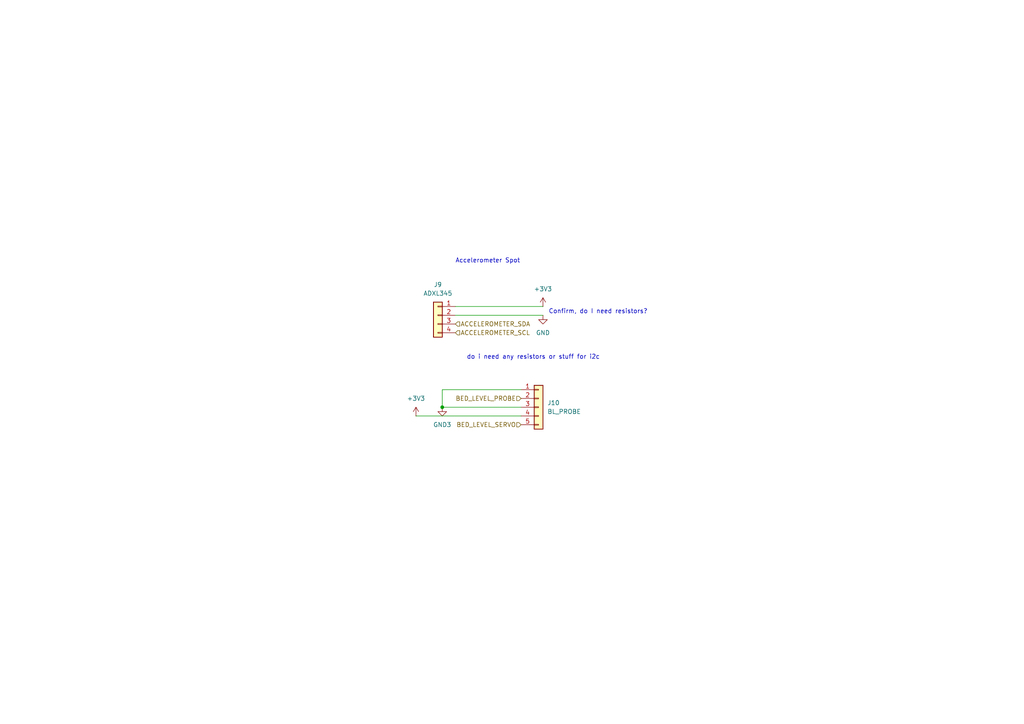
<source format=kicad_sch>
(kicad_sch (version 20250114) (generator "eeschema") (generator_version "9.0")
  (paper "A4")
  (lib_symbols
    (symbol "Connector_Generic:Conn_01x04" (pin_names (offset 1.016) (hide yes))
      (property "Reference" "J" (at 0 5.08 0))
      (property "Value" "Conn_01x04" (at 0 -7.62 0))
      (symbol "Conn_01x04_1_1"
        (rectangle (start -1.27 3.81) (end 1.27 -6.35) (stroke (width 0.254)) (fill (type background)))
        (rectangle (start -1.27 2.667) (end 0 2.413) (stroke (width 0.1524)))
        (rectangle (start -1.27 0.127) (end 0 -0.127) (stroke (width 0.1524)))
        (rectangle (start -1.27 -2.413) (end 0 -2.667) (stroke (width 0.1524)))
        (rectangle (start -1.27 -4.953) (end 0 -5.207) (stroke (width 0.1524)))
        (pin passive line (at -5.08 2.54 0) (length 3.81) (name "Pin_1") (number "1"))
        (pin passive line (at -5.08 0 0) (length 3.81) (name "Pin_2") (number "2"))
        (pin passive line (at -5.08 -2.54 0) (length 3.81) (name "Pin_3") (number "3"))
        (pin passive line (at -5.08 -5.08 0) (length 3.81) (name "Pin_4") (number "4"))
      )
    )
    (symbol "Connector_Generic:Conn_01x05" (pin_names (offset 1.016) (hide yes))
      (property "Reference" "J" (at 0 7.62 0))
      (property "Value" "Conn_01x05" (at 0 -7.62 0))
      (symbol "Conn_01x05_1_1"
        (rectangle (start -1.27 6.35) (end 1.27 -6.35) (stroke (width 0.254)) (fill (type background)))
        (rectangle (start -1.27 5.207) (end 0 4.953) (stroke (width 0.1524)))
        (rectangle (start -1.27 2.667) (end 0 2.413) (stroke (width 0.1524)))
        (rectangle (start -1.27 0.127) (end 0 -0.127) (stroke (width 0.1524)))
        (rectangle (start -1.27 -2.413) (end 0 -2.667) (stroke (width 0.1524)))
        (rectangle (start -1.27 -4.953) (end 0 -5.207) (stroke (width 0.1524)))
        (pin passive line (at -5.08 5.08 0) (length 3.81) (name "Pin_1") (number "1"))
        (pin passive line (at -5.08 2.54 0) (length 3.81) (name "Pin_2") (number "2"))
        (pin passive line (at -5.08 0 0) (length 3.81) (name "Pin_3") (number "3"))
        (pin passive line (at -5.08 -2.54 0) (length 3.81) (name "Pin_4") (number "4"))
        (pin passive line (at -5.08 -5.08 0) (length 3.81) (name "Pin_5") (number "5"))
      )
    )
    (symbol "power:+3V3" (power) (pin_numbers (hide yes)) (pin_names (offset 0) (hide yes))
      (property "Value" "+3V3" (at 0 3.556 0))
      (symbol "+3V3_0_1"
        (polyline (pts (xy -0.762 1.27) (xy 0 2.54)))
        (polyline (pts (xy 0 2.54) (xy 0.762 1.27)))
        (polyline (pts (xy 0 0) (xy 0 2.54)))
      )
      (symbol "+3V3_1_1"
        (pin power_in line (at 0 0 90) (length 0) (name "~") (number "1"))
      )
    )
    (symbol "power:GND" (power) (pin_numbers (hide yes)) (pin_names (offset 0) (hide yes))
      (property "Value" "GND" (at 0 -3.81 0))
      (symbol "GND_0_1"
        (polyline (pts (xy 0 0) (xy 0 -1.27) (xy 1.27 -1.27) (xy 0 -2.54) (xy -1.27 -1.27) (xy 0 -1.27)))
      )
      (symbol "GND_1_1"
        (pin power_in line (at 0 0 270) (length 0) (name "~") (number "1"))
      )
    )
    (symbol "power:GND3" (power) (pin_numbers (hide yes)) (pin_names (offset 0) (hide yes))
      (property "Value" "GND3" (at 0 -3.81 0))
      (symbol "GND3_0_1"
        (polyline (pts (xy 0 0) (xy 0 -1.27) (xy 1.27 -1.27) (xy 0 -2.54) (xy -1.27 -1.27) (xy 0 -1.27)))
      )
      (symbol "GND3_1_1"
        (pin power_in line (at 0 0 270) (length 0) (name "~") (number "1"))
      )
    )
  )
  (text "Accelerometer Spot\n" (at 141.478 75.692 0) (effects (font (size 1.27 1.27))))
  (text "do i need any resistors or stuff for i2c\n" (at 154.686 103.632 0) (effects (font (size 1.27 1.27))))
  (text "Confirm, do I need resistors?" (at 173.482 90.424 0) (effects (font (size 1.27 1.27))))
  (junction (at 128.27 118.11))
  (wire (pts (xy 157.48 88.9) (xy 132.08 88.9)))
  (wire (pts (xy 128.27 118.11) (xy 151.13 118.11)))
  (wire (pts (xy 120.65 120.65) (xy 151.13 120.65)))
  (wire (pts (xy 132.08 91.44) (xy 157.48 91.44)))
  (wire (pts (xy 128.27 113.03) (xy 128.27 118.11)))
  (wire (pts (xy 128.27 113.03) (xy 151.13 113.03)))
  (hierarchical_label "BED_LEVEL_PROBE" (shape input) (at 151.13 115.57 180))
  (hierarchical_label "ACCELEROMETER_SCL" (shape input) (at 132.08 96.52 0))
  (hierarchical_label "ACCELEROMETER_SDA" (shape input) (at 132.08 93.98 0))
  (hierarchical_label "BED_LEVEL_SERVO" (shape input) (at 151.13 123.19 180))
  (symbol (lib_id "power:GND") (at 157.48 91.44 0) (unit 1)
    (property "Reference" "#PWR043" (effects (hide yes)))
    (property "Value" "GND" (at 157.48 96.52 0))
    (property "Description" "Power symbol creates a global label with name \"GND\" , ground" (effects (hide yes)))
  )
  (symbol (lib_id "power:GND3") (at 128.27 118.11 0) (unit 1)
    (property "Reference" "#PWR041" (effects (hide yes)))
    (property "Value" "GND3" (at 128.27 123.19 0))
    (property "Description" "Power symbol creates a global label with name \"GND3\" , ground" (effects (hide yes)))
  )
  (symbol (lib_id "Connector_Generic:Conn_01x05") (at 156.21 118.11 0) (unit 1)
    (property "Reference" "J10" (at 158.75 116.8399 0) (effects (justify left)))
    (property "Value" "BL_PROBE" (at 158.75 119.3799 0) (effects (justify left)))
    (property "Footprint" "Connector_JST:JST_XH_B5B-XH-A_1x05_P2.50mm_Vertical" (effects (hide yes)))
    (property "Description" "Generic connector, single row, 01x05, script generated (kicad-library-utils/schlib/autogen/connector/)" (effects (hide yes)))
  )
  (symbol (lib_id "power:+3V3") (at 157.48 88.9 0) (unit 1)
    (property "Reference" "#PWR042" (effects (hide yes)))
    (property "Value" "+3V3" (at 157.48 83.82 0))
    (property "Description" "Power symbol creates a global label with name \"+3V3\"" (effects (hide yes)))
  )
  (symbol (lib_id "Connector_Generic:Conn_01x04") (at 127 91.44 0) (mirror y) (unit 1)
    (property "Reference" "J9" (at 127 82.55 0))
    (property "Value" "ADXL345" (at 127 85.09 0))
    (property "Footprint" "Connector_JST:JST_XH_B4B-XH-A_1x04_P2.50mm_Vertical" (effects (hide yes)))
    (property "Description" "Generic connector, single row, 01x04, script generated (kicad-library-utils/schlib/autogen/connector/)" (effects (hide yes)))
  )
  (symbol (lib_id "power:+3V3") (at 120.65 120.65 0) (unit 1)
    (property "Reference" "#PWR040" (effects (hide yes)))
    (property "Value" "+3V3" (at 120.65 115.57 0))
    (property "Description" "Power symbol creates a global label with name \"+3V3\"" (effects (hide yes)))
  )
)
</source>
